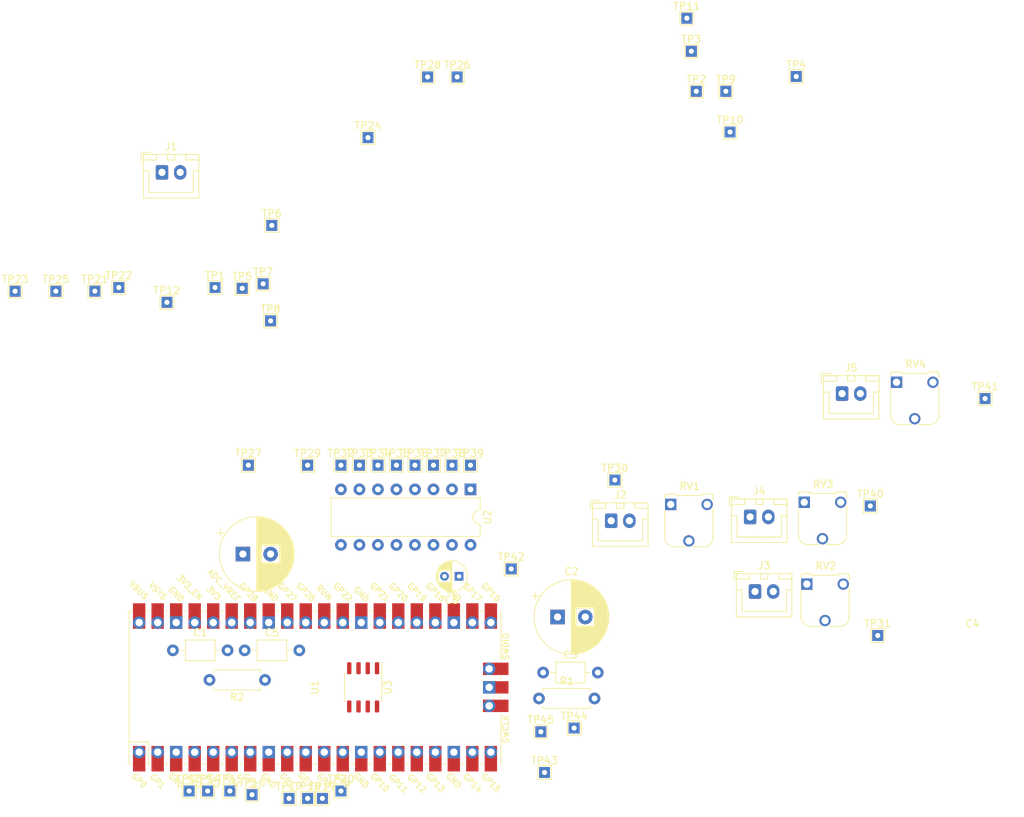
<source format=kicad_pcb>
(kicad_pcb (version 20211014) (generator pcbnew)
  (layers (0 "F.Cu" signal) (31 "B.Cu" signal) (34 "B.Paste" user) (35 "F.Paste" user) (36 "B.SilkS" user "B.Silkscreen") (37 "F.SilkS" user "F.Silkscreen") (38 "B.Mask" user) (39 "F.Mask" user) (44 "Edge.Cuts" user))
  (net 0 "")
  (net 1 "GND")
  (net 2 "+3.3V")
  (net 3 "filtered_vcc")
  (net 4 "GNDA")
  (net 5 "filtered_3.3")
  (net 6 "batt+")
  (net 7 "Net-(J2-Pad2)")
  (net 8 "Net-(J3-Pad2)")
  (net 9 "Net-(J4-Pad2)")
  (net 10 "Net-(J5-Pad2)")
  (net 11 "Net-(U1-Pad4)")
  (net 12 "Net-(U1-Pad5)")
  (net 13 "Net-(U1-Pad6)")
  (net 14 "Net-(U1-Pad7)")
  (net 15 "Net-(U1-Pad9)")
  (net 16 "Net-(U1-Pad10)")
  (net 17 "Net-(U1-Pad11)")
  (net 18 "Net-(U1-Pad12)")
  (net 19 "Net-(U1-Pad34)")
  (net 20 "Net-(U1-Pad32)")
  (net 21 "Net-(U1-Pad31)")
  (net 22 "Net-(U2-Pad8)")
  (net 23 "Net-(U2-Pad7)")
  (net 24 "Net-(U2-Pad6)")
  (net 25 "Net-(U2-Pad5)")
  (net 26 "Net-(U2-Pad4)")
  (net 27 "Net-(U2-Pad3)")
  (net 28 "Net-(U2-Pad2)")
  (net 29 "Net-(U2-Pad1)")
  (net 30 "Net-(U1-Pad1)")
  (net 31 "LCH")
  (net 32 "RCH")
  (net 33 "Net-(U1-Pad22)")
  (net 34 "Net-(U1-Pad25)")
  (net 35 "Net-(U1-Pad21)")
  (net 36 "Net-(U1-Pad24)")
  (net 37 "Net-(U1-Pad26)")
  (net 38 "Net-(U1-Pad27)")
  (net 39 "Net-(U1-Pad29)")
  (footprint "TestPoint:TestPoint_THTPad_1.5x1.5mm_Drill0.7mm" (layer "F.Cu") (at 57.912 127.508)
    (fp_text reference "TP18" (at 0 -1.648) (layer "F.SilkS"))
    (fp_text value "D7")
    (pad "1" thru_hole rect (at 0 0) (size 1.5 1.5) (drill 0.7) (layers *.Cu *.Mask) (net 16 "Net-(U1-Pad10)"))
  )
  (footprint "TestPoint:TestPoint_THTPad_1.5x1.5mm_Drill0.7mm" (layer "F.Cu") (at 135.128 87.376)
    (fp_text reference "TP40" (at 0 -1.648) (layer "F.SilkS"))
    (fp_text value "pressure1_out")
    (pad "1" thru_hole rect (at 0 0) (size 1.5 1.5) (drill 0.7) (layers *.Cu *.Mask) (net 9 "Net-(J4-Pad2)"))
  )
  (footprint "TestPoint:TestPoint_THTPad_1.5x1.5mm_Drill0.7mm" (layer "F.Cu") (at 51.816 56.896)
    (fp_text reference "TP7" (at 0 -1.648) (layer "F.SilkS"))
    (fp_text value "GND")
    (pad "1" thru_hole rect (at 0 0) (size 1.5 1.5) (drill 0.7) (layers *.Cu *.Mask) (net 1 "GND"))
  )
  (footprint "TestPoint:TestPoint_THTPad_1.5x1.5mm_Drill0.7mm" (layer "F.Cu") (at 100.076 83.82)
    (fp_text reference "TP30" (at 0 -1.648) (layer "F.SilkS"))
    (fp_text value "pressure3_out")
    (pad "1" thru_hole rect (at 0 0) (size 1.5 1.5) (drill 0.7) (layers *.Cu *.Mask) (net 7 "Net-(J2-Pad2)"))
  )
  (footprint "TestPoint:TestPoint_THTPad_1.5x1.5mm_Drill0.7mm" (layer "F.Cu") (at 32.004 57.404)
    (fp_text reference "TP22" (at 0 -1.648) (layer "F.SilkS"))
    (fp_text value "GNDA")
    (pad "1" thru_hole rect (at 0 0) (size 1.5 1.5) (drill 0.7) (layers *.Cu *.Mask) (net 4 "GNDA"))
  )
  (footprint "TestPoint:TestPoint_THTPad_1.5x1.5mm_Drill0.7mm" (layer "F.Cu") (at 65.024 81.788)
    (fp_text reference "TP33" (at 0 -1.648) (layer "F.SilkS"))
    (fp_text value "adc6")
    (pad "1" thru_hole rect (at 0 0) (size 1.5 1.5) (drill 0.7) (layers *.Cu *.Mask) (net 23 "Net-(U2-Pad7)"))
  )
  (footprint "TestPoint:TestPoint_THTPad_1.5x1.5mm_Drill0.7mm" (layer "F.Cu") (at 55.372 127.508)
    (fp_text reference "TP17" (at 0 -1.648) (layer "F.SilkS"))
    (fp_text value "D6")
    (pad "1" thru_hole rect (at 0 0) (size 1.5 1.5) (drill 0.7) (layers *.Cu *.Mask) (net 15 "Net-(U1-Pad9)"))
  )
  (footprint "TestPoint:TestPoint_THTPad_1.5x1.5mm_Drill0.7mm" (layer "F.Cu") (at 50.292 127)
    (fp_text reference "TP16" (at 0 -1.648) (layer "F.SilkS"))
    (fp_text value "D5")
    (pad "1" thru_hole rect (at 0 0) (size 1.5 1.5) (drill 0.7) (layers *.Cu *.Mask) (net 14 "Net-(U1-Pad7)"))
  )
  (footprint "Capacitor_THT:CP_Radial_D4.0mm_P2.00mm" (layer "F.Cu") (at 78.6966 97.028 180)
    (fp_text reference "C6" (at 1 -3.25) (layer "F.SilkS"))
    (fp_text value "1u")
    (pad "1" thru_hole rect (at 0 0 180) (size 1.2 1.2) (drill 0.6) (layers *.Cu *.Mask) (net 2 "+3.3V"))
    (pad "2" thru_hole circle (at 2 0 180) (size 1.2 1.2) (drill 0.6) (layers *.Cu *.Mask) (net 4 "GNDA"))
  )
  (footprint "Connector_JST:JST_XH_B2B-XH-A_1x02_P2.50mm_Vertical" (layer "F.Cu") (at 119.306 99.116)
    (fp_text reference "J3" (at 1.25 -3.55) (layer "F.SilkS"))
    (fp_text value "pressure2")
    (pad "1" thru_hole roundrect (at 0 0) (size 1.7 2) (drill 1) (layers *.Cu *.Mask) (roundrect_rratio 0.147059) (net 5 "filtered_3.3"))
    (pad "2" thru_hole oval (at 2.5 0) (size 1.7 2) (drill 1) (layers *.Cu *.Mask) (net 8 "Net-(J3-Pad2)"))
  )
  (footprint "Connector_JST:JST_XH_B2B-XH-A_1x02_P2.50mm_Vertical" (layer "F.Cu") (at 118.638 88.883)
    (fp_text reference "J4" (at 1.25 -3.55) (layer "F.SilkS"))
    (fp_text value "pressure1")
    (pad "1" thru_hole roundrect (at 0 0) (size 1.7 2) (drill 1) (layers *.Cu *.Mask) (roundrect_rratio 0.147059) (net 5 "filtered_3.3"))
    (pad "2" thru_hole oval (at 2.5 0) (size 1.7 2) (drill 1) (layers *.Cu *.Mask) (net 9 "Net-(J4-Pad2)"))
  )
  (footprint "Connector_JST:JST_XH_B2B-XH-A_1x02_P2.50mm_Vertical" (layer "F.Cu") (at 37.93 41.604)
    (fp_text reference "J1" (at 1.25 -3.55) (layer "F.SilkS"))
    (fp_text value "batt")
    (pad "1" thru_hole roundrect (at 0 0) (size 1.7 2) (drill 1) (layers *.Cu *.Mask) (roundrect_rratio 0.147059) (net 1 "GND"))
    (pad "2" thru_hole oval (at 2.5 0) (size 1.7 2) (drill 1) (layers *.Cu *.Mask) (net 6 "batt+"))
  )
  (footprint "TestPoint:TestPoint_THTPad_1.5x1.5mm_Drill0.7mm" (layer "F.Cu") (at 115.302 30.48)
    (fp_text reference "TP9" (at 0 -1.648) (layer "F.SilkS"))
    (fp_text value "ADC_ref")
    (pad "1" thru_hole rect (at 0 0) (size 1.5 1.5) (drill 0.7) (layers *.Cu *.Mask) (net 5 "filtered_3.3"))
  )
  (footprint "TestPoint:TestPoint_THTPad_1.5x1.5mm_Drill0.7mm" (layer "F.Cu") (at 90.424 123.952)
    (fp_text reference "TP43" (at 0 -1.648) (layer "F.SilkS"))
    (fp_text value "out_PWM")
    (pad "1" thru_hole rect (at 0 0) (size 1.5 1.5) (drill 0.7) (layers *.Cu *.Mask) (net 30 "Net-(U1-Pad1)"))
  )
  (footprint "Connector_JST:JST_XH_B2B-XH-A_1x02_P2.50mm_Vertical" (layer "F.Cu") (at 131.254 71.96)
    (fp_text reference "J5" (at 1.25 -3.55) (layer "F.SilkS"))
    (fp_text value "pressure4")
    (pad "1" thru_hole roundrect (at 0 0) (size 1.7 2) (drill 1) (layers *.Cu *.Mask) (roundrect_rratio 0.147059) (net 5 "filtered_3.3"))
    (pad "2" thru_hole oval (at 2.5 0) (size 1.7 2) (drill 1) (layers *.Cu *.Mask) (net 10 "Net-(J5-Pad2)"))
  )
  (footprint "Pico:RPi_Pico_SMD_TH" (layer "F.Cu") (at 58.928 112.268 90)
    (fp_text reference "U1" (at 0 0 90) (layer "F.SilkS"))
    (fp_text value "Pico")
    (fp_text user "GND" (at -12.8 6.35 135) (layer "F.SilkS") (effects (font (size 0.8 0.8))))
    (fp_text user "GND" (at -12.8 -6.35 135) (layer "F.SilkS") (effects (font (size 0.8 0.8))))
    (fp_text user "GP0" (at -12.8 -24.13 135) (layer "F.SilkS") (effects (font (size 0.8 0.8))))
    (fp_text user "GP17" (at 13.054 21.59 135) (layer "F.SilkS") (effects (font (size 0.8 0.8))))
    (fp_text user "GP18" (at 13.054 16.51 135) (layer "F.SilkS") (effects (font (size 0.8 0.8))))
    (fp_text user "AGND" (at 13.054 -6.35 135) (layer "F.SilkS") (effects (font (size 0.8 0.8))))
    (fp_text user "GP13" (at -13.054 16.51 135) (layer "F.SilkS") (effects (font (size 0.8 0.8))))
    (fp_text user "GP15" (at -13.054 24.13 135) (layer "F.SilkS") (effects (font (size 0.8 0.8))))
    (fp_text user "GP27" (at 13.054 -3.8 135) (layer "F.SilkS") (effects (font (size 0.8 0.8))))
    (fp_text user "GP21" (at 13.054 8.9 135) (layer "F.SilkS") (effects (font (size 0.8 0.8))))
    (fp_text user "RUN" (at 13 1.27 135) (layer "F.SilkS") (effects (font (size 0.8 0.8))))
    (fp_text user "GP8" (at -12.8 1.27 135) (layer "F.SilkS") (effects (font (size 0.8 0.8))))
    (fp_text user "GP19" (at 13.054 13.97 135) (layer "F.SilkS") (effects (font (size 0.8 0.8))))
    (fp_text user "GP3" (at -12.8 -13.97 135) (layer "F.SilkS") (effects (font (size 0.8 0.8))))
    (fp_text user "GP1" (at -12.9 -21.6 135) (layer "F.SilkS") (effects (font (size 0.8 0.8))))
    (fp_text user "SWDIO" (at 5.6 26.2 90) (layer "F.SilkS") (effects (font (size 0.8 0.8))))
    (fp_text user "GP26" (at 13.054 -1.27 135) (layer "F.SilkS") (effects (font (size 0.8 0.8))))
    (fp_text user "GP22" (at 13.054 3.81 135) (layer "F.SilkS") (effects (font (size 0.8 0.8))))
    (fp_text user "GP12" (at -13.2 13.97 135) (layer "F.SilkS") (effects (font (size 0.8 0.8))))
    (fp_text user "GP10" (at -13.054 8.89 135) (layer "F.SilkS") (effects (font (size 0.8 0.8))))
    (fp_text user "GP9" (at -12.8 3.81 135) (layer "F.SilkS") (effects (font (size 0.8 0.8))))
    (fp_text user "GP28" (at 13.054 -9.144 135) (layer "F.SilkS") (effects (font (size 0.8 0.8))))
    (fp_text user "GP16" (at 13.054 24.13 135) (layer "F.SilkS") (effects (font (size 0.8 0.8))))
    (fp_text user "GP7" (at -12.7 -1.3 135) (layer "F.SilkS") (effects (font (size 0.8 0.8))))
    (fp_text user "GP5" (at -12.8 -8.89 135) (layer "F.SilkS") (effects (font (size 0.8 0.8))))
    (fp_text user "GP14" (at -13.1 21.59 135) (layer "F.SilkS") (effects (font (size 0.8 0.8))))
    (fp_text user "ADC_VREF" (at 14 -12.5 135) (layer "F.SilkS") (effects (font (size 0.8 0.8))))
    (fp_text user "VSYS" (at 13.2 -21.59 135) (layer "F.SilkS") (effects (font (size 0.8 0.8))))
    (fp_text user "GND" (at 12.8 -19.05 135) (layer "F.SilkS") (effects (font (size 0.8 0.8))))
    (fp_text user "GND" (at 12.8 6.35 135) (layer "F.SilkS") (effects (font (size 0.8 0.8))))
    (fp_text user "SWCLK" (at -5.7 26.2 90) (layer "F.SilkS") (effects (font (size 0.8 0.8))))
    (fp_text user "3V3_EN" (at 13.7 -17.2 135) (layer "F.SilkS") (effects (font (size 0.8 0.8))))
    (fp_text user "VBUS" (at 13.3 -24.2 135) (layer "F.SilkS") (effects (font (size 0.8 0.8))))
    (fp_text user "GND" (at -12.8 19.05 135) (layer "F.SilkS") (effects (font (size 0.8 0.8))))
    (fp_text user "GP4" (at -12.8 -11.43 135) (layer "F.SilkS") (effects (font (size 0.8 0.8))))
    (fp_text user "GP20" (at 13.054 11.43 135) (layer "F.SilkS") (effects (font (size 0.8 0.8))))
    (fp_text user "GP6" (at -12.8 -3.81 135) (layer "F.SilkS") (effects (font (size 0.8 0.8))))
    (fp_text user "GP2" (at -12.9 -16.51 135) (layer "F.SilkS") (effects (font (size 0.8 0.8))))
    (fp_text user "3V3" (at 12.9 -13.9 135) (layer "F.SilkS") (effects (font (size 0.8 0.8))))
    (fp_text user "GND" (at -12.8 -19.05 135) (layer "F.SilkS") (effects (font (size 0.8 0.8))))
    (fp_text user "GP11" (at -13.2 11.43 135) (layer "F.SilkS") (effects (font (size 0.8 0.8))))
    (fp_text user "GND" (at 12.8 19.05 135) (layer "F.SilkS") (effects (font (size 0.8 0.8))))
    (pad "" np_thru_hole oval (at -2.425 -20.97 90) (size 1.5 1.5) (drill 1.5) (layers *.Cu *.Mask))
    (pad "" np_thru_hole oval (at 2.425 -20.97 90) (size 1.5 1.5) (drill 1.5) (layers *.Cu *.Mask))
    (pad "" np_thru_hole oval (at -2.725 -24 90) (size 1.8 1.8) (drill 1.8) (layers *.Cu *.Mask))
    (pad "" np_thru_hole oval (at 2.725 -24 90) (size 1.8 1.8) (drill 1.8) (layers *.Cu *.Mask))
    (pad "1" thru_hole oval (at -8.89 -24.13 90) (size 1.7 1.7) (drill 1.02) (layers *.Cu *.Mask) (net 30 "Net-(U1-Pad1)"))
    (pad "1" smd rect (at -8.89 -24.13 90) (size 3.5 1.7) (drill (offset -0.9 0)) (layers "F.Cu" "F.Mask") (net 30 "Net-(U1-Pad1)"))
    (pad "2" smd rect (at -8.89 -21.59 90) (size 3.5 1.7) (drill (offset -0.9 0)) (layers "F.Cu" "F.Mask"))
    (pad "2" thru_hole oval (at -8.89 -21.59 90) (size 1.7 1.7) (drill 1.02) (layers *.Cu *.Mask))
    (pad "3" thru_hole rect (at -8.89 -19.05 90) (size 1.7 1.7) (drill 1.02) (layers *.Cu *.Mask))
    (pad "3" smd rect (at -8.89 -19.05 90) (size 3.5 1.7) (drill (offset -0.9 0)) (layers "F.Cu" "F.Mask"))
    (pad "4" thru_hole oval (at -8.89 -16.51 90) (size 1.7 1.7) (drill 1.02) (layers *.Cu *.Mask) (net 11 "Net-(U1-Pad4)"))
    (pad "4" smd rect (at -8.89 -16.51 90) (size 3.5 1.7) (drill (offset -0.9 0)) (layers "F.Cu" "F.Mask") (net 11 "Net-(U1-Pad4)"))
    (pad "5" smd rect (at -8.89 -13.97 90) (size 3.5 1.7) (drill (offset -0.9 0)) (layers "F.Cu" "F.Mask") (net 12 "Net-(U1-Pad5)"))
    (pad "5" thru_hole oval (at -8.89 -13.97 90) (size 1.7 1.7) (drill 1.02) (layers *.Cu *.Mask) (net 12 "Net-(U1-Pad5)"))
    (pad "6" smd rect (at -8.89 -11.43 90) (size 3.5 1.7) (drill (offset -0.9 0)) (layers "F.Cu" "F.Mask") (net 13 "Net-(U1-Pad6)"))
    (pad "6" thru_hole oval (at -8.89 -11.43 90) (size 1.7 1.7) (drill 1.02) (layers *.Cu *.Mask) (net 13 "Net-(U1-Pad6)"))
    (pad "7" smd rect (at -8.89 -8.89 90) (size 3.5 1.7) (drill (offset -0.9 0)) (layers "F.Cu" "F.Mask") (net 14 "Net-(U1-Pad7)"))
    (pad "7" thru_hole oval (at -8.89 -8.89 90) (size 1.7 1.7) (drill 1.02) (layers *.Cu *.Mask) (net 14 "Net-(U1-Pad7)"))
    (pad "8" smd rect (at -8.89 -6.35 90) (size 3.5 1.7) (drill (offset -0.9 0)) (layers "F.Cu" "F.Mask"))
    (pad "8" thru_hole rect (at -8.89 -6.35 90) (size 1.7 1.7) (drill 1.02) (layers *.Cu *.Mask))
    (pad "9" thru_hole oval (at -8.89 -3.81 90) (size 1.7 1.7) (drill 1.02) (layers *.Cu *.Mask) (net 15 "Net-(U1-Pad9)"))
    (pad "9" smd rect (at -8.89 -3.81 90) (size 3.5 1.7) (drill (offset -0.9 0)) (layers "F.Cu" "F.Mask") (net 15 "Net-(U1-Pad9)"))
    (pad "10" thru_hole oval (at -8.89 -1.27 90) (size 1.7 1.7) (drill 1.02) (layers *.Cu *.Mask) (net 16 "Net-(U1-Pad10)"))
    (pad "10" smd rect (at -8.89 -1.27 90) (size 3.5 1.7) (drill (offset -0.9 0)) (layers "F.Cu" "F.Mask") (net 16 "Net-(U1-Pad10)"))
    (pad "11" smd rect (at -8.89 1.27 90) (size 3.5 1.7) (drill (offset -0.9 0)) (layers "F.Cu" "F.Mask") (net 17 "Net-(U1-Pad11)"))
    (pad "11" thru_hole oval (at -8.89 1.27 90) (size 1.7 1.7) (drill 1.02) (layers *.Cu *.Mask) (net 17 "Net-(U1-Pad11)"))
    (pad "12" thru_hole oval (at -8.89 3.81 90) (size 1.7 1.7) (drill 1.02) (layers *.Cu *.Mask) (net 18 "Net-(U1-Pad12)"))
    (pad "12" smd rect (at -8.89 3.81 90) (size 3.5 1.7) (drill (offset -0.9 0)) (layers "F.Cu" "F.Mask") (net 18 "Net-(U1-Pad12)"))
    (pad "13" smd rect (at -8.89 6.35 90) (size 3.5 1.7) (drill (offset -0.9 0)) (layers "F.Cu" "F.Mask"))
    (pad "13" thru_hole rect (at -8.89 6.35 90) (size 1.7 1.7) (drill 1.02) (layers *.Cu *.Mask))
    (pad "14" smd rect (at -8.89 8.89 90) (size 3.5 1.7) (drill (offset -0.9 0)) (layers "F.Cu" "F.Mask"))
    (pad "14" thru_hole oval (at -8.89 8.89 90) (size 1.7 1.7) (drill 1.02) (layers *.Cu *.Mask))
    (pad "15" smd rect (at -8.89 11.43 90) (size 3.5 1.7) (drill (offset -0.9 0)) (layers "F.Cu" "F.Mask"))
    (pad "15" thru_hole oval (at -8.89 11.43 90) (size 1.7 1.7) (drill 1.02) (layers *.Cu *.Mask))
    (pad "16" thru_hole oval (at -8.89 13.97 90) (size 1.7 1.7) (drill 1.02) (layers *.Cu *.Mask))
    (pad "16" smd rect (at -8.89 13.97 90) (size 3.5 1.7) (drill (offset -0.9 0)) (layers "F.Cu" "F.Mask"))
    (pad "17" thru_hole oval (at -8.89 16.51 90) (size 1.7 1.7) (drill 1.02) (layers *.Cu *.Mask))
    (pad "17" smd rect (at -8.89 16.51 90) (size 3.5 1.7) (drill (offset -0.9 0)) (layers "F.Cu" "F.Mask"))
    (pad "18" smd rect (at -8.89 19.05 90) (size 3.5 1.7) (drill (offset -0.9 0)) (layers "F.Cu" "F.Mask"))
    (pad "18" thru_hole rect (at -8.89 19.05 90) (size 1.7 1.7) (drill 1.02) (layers *.Cu *.Mask))
    (pad "19" smd rect (at -8.89 21.59 90) (size 3.5 1.7) (drill (offset -0.9 0)) (layers "F.Cu" "F.Mask"))
    (pad "19" thru_hole oval (at -8.89 21.59 90) (size 1.7 1.7) (drill 1.02) (layers *.Cu *.Mask))
    (pad "20" smd rect (at -8.89 24.13 90) (size 3.5 1.7) (drill (offset -0.9 0)) (layers "F.Cu" "F.Mask"))
    (pad "20" thru_hole oval (at -8.89 24.13 90) (size 1.7 1.7) (drill 1.02) (layers *.Cu *.Mask))
    (pad "21" thru_hole oval (at 8.89 24.13 90) (size 1.7 1.7) (drill 1.02) (layers *.Cu *.Mask) (net 35 "Net-(U1-Pad21)"))
    (pad "21" smd rect (at 8.89 24.13 90) (size 3.5 1.7) (drill (offset 0.9 0)) (layers "F.Cu" "F.Mask") (net 35 "Net-(U1-Pad21)"))
    (pad "22" thru_hole oval (at 8.89 21.59 90) (size 1.7 1.7) (drill 1.02) (layers *.Cu *.Mask) (net 33 "Net-(U1-Pad22)"))
    (pad "22" smd rect (at 8.89 21.59 90) (size 3.5 1.7) (drill (offset 0.9 0)) (layers "F.Cu" "F.Mask") (net 33 "Net-(U1-Pad22)"))
    (pad "23" thru_hole rect (at 8.89 19.05 90) (size 1.7 1.7) (drill 1.02) (layers *.Cu *.Mask))
    (pad "23" smd rect (at 8.89 19.05 90) (size 3.5 1.7) (drill (offset 0.9 0)) (layers "F.Cu" "F.Mask"))
    (pad "24" thru_hole oval (at 8.89 16.51 90) (size 1.7 1.7) (drill 1.02) (layers *.Cu *.Mask) (net 36 "Net-(U1-Pad24)"))
    (pad "24" smd rect (at 8.89 16.51 90) (size 3.5 1.7) (drill (offset 0.9 0)) (layers "F.Cu" "F.Mask") (net 36 "Net-(U1-Pad24)"))
    (pad "25" smd rect (at 8.89 13.97 90) (size 3.5 1.7) (drill (offset 0.9 0)) (layers "F.Cu" "F.Mask") (net 34 "Net-(U1-Pad25)"))
    (pad "25" thru_hole oval (at 8.89 13.97 90) (size 1.7 1.7) (drill 1.02) (layers *.Cu *.Mask) (net 34 "Net-(U1-Pad25)"))
    (pad "26" smd rect (at 8.89 11.43 90) (size 3.5 1.7) (drill (offset 0.9 0)) (layers "F.Cu" "F.Mask") (net 37 "Net-(U1-Pad26)"))
    (pad "26" thru_hole oval (at 8.89 11.43 90) (size 1.7 1.7) (drill 1.02) (layers *.Cu *.Mask) (net 37 "Net-(U1-Pad26)"))
    (pad "27" thru_hole oval (at 8.89 8.89 90) (size 1.7 1.7) (drill 1.02) (layers *.Cu *.Mask) (net 38 "Net-(U1-Pad27)"))
    (pad "27" smd rect (at 8.89 8.89 90) (size 3.5 1.7) (drill (offset 0.9 0)) (layers "F.Cu" "F.Mask") (net 38 "Net-(U1-Pad27)"))
    (pad "28" smd rect (at 8.89 6.35 90) (size 3.5 1.7) (drill (offset 0.9 0)) (layers "F.Cu" "F.Mask"))
    (pad "28" thru_hole rect (at 8.89 6.35 90) (size 1.7 1.7) (drill 1.02) (layers *.Cu *.Mask))
    (pad "29" smd rect (at 8.89 3.81 90) (size 3.5 1.7) (drill (offset 0.9 0)) (layers "F.Cu" "F.Mask") (net 39 "Net-(U1-Pad29)"))
    (pad "29" thru_hole oval (at 8.89 3.81 90) (size 1.7 1.7) (drill 1.02) (layers *.Cu *.Mask) (net 39 "Net-(U1-Pad29)"))
    (pad "30" thru_hole oval (at 8.89 1.27 90) (size 1.7 1.7) (drill 1.02) (layers *.Cu *.Mask))
    (pad "30" smd rect (at 8.89 1.27 90) (size 3.5 1.7) (drill (offset 0.9 0)) (layers "F.Cu" "F.Mask"))
    (pad "31" thru_hole oval (at 8.89 -1.27 90) (size 1.7 1.7) (drill 1.02) (layers *.Cu *.Mask) (net 21 "Net-(U1-Pad31)"))
    (pad "31" smd rect (at 8.89 -1.27 90) (size 3.5 1.7) (drill (offset 0.9 0)) (layers "F.Cu" "F.Mask") (net 21 "Net-(U1-Pad31)"))
    (pad "32" smd rect (at 8.89 -3.81 90) (size 3.5 1.7) (drill (offset 0.9 0)) (layers "F.Cu" "F.Mask") (net 20 "Net-(U1-Pad32)"))
    (pad "32" thru_hole oval (at 8.89 -3.81 90) (size 1.7 1.7) (drill 1.02) (layers *.Cu *.Mask) (net 20 "Net-(U1-Pad32)"))
    (pad "33" thru_hole rect (at 8.89 -6.35 90) (size 1.7 1.7) (drill 1.02) (layers *.Cu *.Mask) (net 4 "GNDA"))
    (pad "33" smd rect (at 8.89 -6.35 90) (size 3.5 1.7) (drill (offset 0.9 0)) (layers "F.Cu" "F.Mask") (net 4 "GNDA"))
    (pad "34" thru_hole oval (at 8.89 -8.89 90) (size 1.7 1.7) (drill 1.02) (layers *.Cu *.Mask) (net 19 "Net-(U1-Pad34)"))
    (pad "34" smd rect (at 8.89 -8.89 90) (size 3.5 1.7) (drill (offset 0.9 0)) (layers "F.Cu" "F.Mask") (net 19 "Net-(U1-Pad34)"))
    (pad "35" smd rect (at 8.89 -11.43 90) (size 3.5 1.7) (drill (offset 0.9 0)) (layers "F.Cu" "F.Mask") (net 5 "filtered_3.3"))
    (pad "35" thru_hole oval (at 8.89 -11.43 90) (size 1.7 1.7) (drill 1.02) (layers *.Cu *.Mask) (net 5 "filtered_3.3"))
    (pad "36" smd rect (at 8.89 -13.97 90) (size 3.5 1.7) (drill (offset 0.9 0)) (layers "F.Cu" "F.Mask") (net 2 "+3.3V"))
    (pad "36" thru_hole oval (at 8.89 -13.97 90) (size 1.7 1.7) (drill 1.02) (layers *.Cu *.Mask) (net 2 "+3.3V"))
    (pad "37" thru_hole oval (at 8.89 -16.51 90) (size 1.7 1.7) (drill 1.02) (layers *.Cu *.Mask))
    (pad "37" smd rect (at 8.89 -16.51 90) (size 3.5 1.7) (drill (offset 0.9 0)) (layers "F.Cu" "F.Mask"))
    (pad "38" thru_hole rect (at 8.89 -19.05 90) (size 1.7 1.7) (drill 1.02) (layers *.Cu *.Mask) (net 1 "GND"))
    (pad "38" smd rect (at 8.89 -19.05 90) (size 3.5 1.7) (drill (offset 0.9 0)) (layers "F.Cu" "F.Mask") (net 1 "GND"))
    (pad "39" thru_hole oval (at 8.89 -21.59 90) (size 1.7 1.7) (drill 1.02) (layers *.Cu *.Mask) (net 6 "batt+"))
    (pad "39" smd rect (at 8.89 -21.59 90) (size 3.5 1.7) (drill (offset 0.9 0)) (layers "F.Cu" "F.Mask") (net 6 "batt+"))
    (pad "40" thru_hole oval (at 8.89 -24.13 90) (size 1.7 1.7) (drill 1.02) (layers *.Cu *.Mask))
    (pad "40" smd rect (at 8.89 -24.13 90) (size 3.5 1.7) (drill (offset 0.9 0)) (layers "F.Cu" "F.Mask"))
    (pad "41" thru_hole oval (at -2.54 23.9 90) (size 1.7 1.7) (drill 1.02) (layers *.Cu *.Mask))
    (pad "41" smd rect (at -2.54 23.9 180) (size 3.5 1.7) (drill (offset -0.9 0)) (layers "F.Cu" "F.Mask"))
    (pad "42" thru_hole rect (at 0 23.9 90) (size 1.7 1.7) (drill 1.02) (layers *.Cu *.Mask))
    (pad "42" smd rect (at 0 23.9 180) (size 3.5 1.7) (drill (offset -0.9 0)) (layers "F.Cu" "F.Mask"))
    (pad "43" smd rect (at 2.54 23.9 180) (size 3.5 1.7) (drill (offset -0.9 0)) (layers "F.Cu" "F.Mask"))
    (pad "43" thru_hole oval (at 2.54 23.9 90) (size 1.7 1.7) (drill 1.02) (layers *.Cu *.Mask))
  )
  (footprint "TestPoint:TestPoint_THTPad_1.5x1.5mm_Drill0.7mm" (layer "F.Cu") (at 66.2 36.834)
    (fp_text reference "TP24" (at 0 -1.648) (layer "F.SilkS"))
    (fp_text value "GNDA")
    (pad "1" thru_hole rect (at 0 0) (size 1.5 1.5) (drill 0.7) (layers *.Cu *.Mask) (net 4 "GNDA"))
  )
  (footprint "TestPoint:TestPoint_THTPad_1.5x1.5mm_Drill0.7mm" (layer "F.Cu") (at 115.88 36.068)
    (fp_text reference "TP10" (at 0 -1.648) (layer "F.SilkS"))
    (fp_text value "ADC_ref")
    (pad "1" thru_hole rect (at 0 0) (size 1.5 1.5) (drill 0.7) (layers *.Cu *.Mask) (net 5 "filtered_3.3"))
  )
  (footprint "Potentiometer_THT:Potentiometer_Runtron_RM-065_Vertical" (layer "F.Cu") (at 126.418 98.1)
    (fp_text reference "RV2" (at 2.6 -2.5) (layer "F.SilkS"))
    (fp_text value "20k_adj2")
    (pad "1" thru_hole rect (at 0 0) (size 1.56 1.56) (drill 1) (layers *.Cu *.Mask) (net 4 "GNDA"))
    (pad "2" thru_hole circle (at 2.5 5) (size 1.56 1.56) (drill 1) (layers *.Cu *.Mask) (net 8 "Net-(J3-Pad2)"))
    (pad "3" thru_hole circle (at 5 0) (size 1.56 1.56) (drill 1) (layers *.Cu *.Mask) (net 8 "Net-(J3-Pad2)"))
  )
  (footprint "TestPoint:TestPoint_THTPad_1.5x1.5mm_Drill0.7mm" (layer "F.Cu") (at 110.57 24.984)
    (fp_text reference "TP3" (at 0 -1.648) (layer "F.SilkS"))
    (fp_text value "ADC_ref")
    (pad "1" thru_hole rect (at 0 0) (size 1.5 1.5) (drill 0.7) (layers *.Cu *.Mask) (net 5 "filtered_3.3"))
  )
  (footprint "TestPoint:TestPoint_THTPad_1.5x1.5mm_Drill0.7mm" (layer "F.Cu") (at 52.832 61.976)
    (fp_text reference "TP8" (at 0 -1.648) (layer "F.SilkS"))
    (fp_text value "GND")
    (pad "1" thru_hole rect (at 0 0) (size 1.5 1.5) (drill 0.7) (layers *.Cu *.Mask) (net 1 "GND"))
  )
  (footprint "Potentiometer_THT:Potentiometer_Runtron_RM-065_Vertical" (layer "F.Cu") (at 126.064 86.868)
    (fp_text reference "RV3" (at 2.6 -2.5) (layer "F.SilkS"))
    (fp_text value "20k_adj1")
    (pad "1" thru_hole rect (at 0 0) (size 1.56 1.56) (drill 1) (layers *.Cu *.Mask) (net 4 "GNDA"))
    (pad "2" thru_hole circle (at 2.5 5) (size 1.56 1.56) (drill 1) (layers *.Cu *.Mask) (net 9 "Net-(J4-Pad2)"))
    (pad "3" thru_hole circle (at 5 0) (size 1.56 1.56) (drill 1) (layers *.Cu *.Mask) (net 9 "Net-(J4-Pad2)"))
  )
  (footprint "TestPoint:TestPoint_THTPad_1.5x1.5mm_Drill0.7mm" (layer "F.Cu") (at 41.656 126.492)
    (fp_text reference "TP13" (at 0 -1.648) (layer "F.SilkS"))
    (fp_text value "D2")
    (pad "1" thru_hole rect (at 0 0) (size 1.5 1.5) (drill 0.7) (layers *.Cu *.Mask) (net 11 "Net-(U1-Pad4)"))
  )
  (footprint "Package_SO:SOP-8_3.9x4.9mm_P1.27mm" (layer "F.Cu") (at 65.532 112.268 -90)
    (fp_text reference "U3" (at 0 -3.4 90) (layer "F.SilkS"))
    (fp_text value "PT8211-pt8211")
    (pad "1" smd roundrect (at -2.625 -1.905 270) (size 1.65 0.6) (layers "F.Cu" "F.Paste" "F.Mask") (net 37 "Net-(U1-Pad26)"))
    (pad "2" smd roundrect (at -2.625 -0.635 270) (size 1.65 0.6) (layers "F.Cu" "F.Paste" "F.Mask") (net 38 "Net-(U1-Pad27)"))
    (pad "3" smd roundrect (at -2.625 0.635 270) (size 1.65 0.6) (layers "F.Cu" "F.Paste" "F.Mask") (net 39 "Net-(U1-Pad29)"))
    (pad "4" smd roundrect (at -2.625 1.905 270) (size 1.65 0.6) (layers "F.Cu" "F.Paste" "F.Mask") (net 4 "GNDA"))
    (pad "5" smd roundrect (at 2.625 1.905 270) (size 1.65 0.6) (layers "F.Cu" "F.Paste" "F.Mask") (net 3 "filtered_vcc"))
    (pad "6" smd roundrect (at 2.625 0.635 270) (size 1.65 0.6) (layers "F.Cu" "F.Paste" "F.Mask") (net 31 "LCH"))
    (pad "7" smd roundrect (at 2.625 -0.635 270) (size 1.65 0.6) (layers "F.Cu" "F.Paste" "F.Mask"))
    (pad "8" smd roundrect (at 2.625 -1.905 270) (size 1.65 0.6) (layers "F.Cu" "F.Paste" "F.Mask") (net 32 "RCH"))
  )
  (footprint "TestPoint:TestPoint_THTPad_1.5x1.5mm_Drill0.7mm" (layer "F.Cu") (at 62.484 81.788)
    (fp_text reference "TP32" (at 0 -1.648) (layer "F.SilkS"))
    (fp_text value "adc7")
    (pad "1" thru_hole rect (at 0 0) (size 1.5 1.5) (drill 0.7) (layers *.Cu *.Mask) (net 22 "Net-(U2-Pad8)"))
  )
  (footprint "TestPoint:TestPoint_THTPad_1.5x1.5mm_Drill0.7mm" (layer "F.Cu") (at 75.184 81.788)
    (fp_text reference "TP37" (at 0 -1.648) (layer "F.SilkS"))
    (fp_text value "adc2")
    (pad "1" thru_hole rect (at 0 0) (size 1.5 1.5) (drill 0.7) (layers *.Cu *.Mask) (net 27 "Net-(U2-Pad3)"))
  )
  (footprint "TestPoint:TestPoint_THTPad_1.5x1.5mm_Drill0.7mm" (layer "F.Cu") (at 109.948 20.448)
    (fp_text reference "TP11" (at 0 -1.648) (layer "F.SilkS"))
    (fp_text value "ADC_ref")
    (pad "1" thru_hole rect (at 0 0) (size 1.5 1.5) (drill 0.7) (layers *.Cu *.Mask) (net 5 "filtered_3.3"))
  )
  (footprint "Potentiometer_THT:Potentiometer_Runtron_RM-065_Vertical" (layer "F.Cu") (at 138.724 70.404)
    (fp_text reference "RV4" (at 2.6 -2.5) (layer "F.SilkS"))
    (fp_text value "20k_adj4")
    (pad "1" thru_hole rect (at 0 0) (size 1.56 1.56) (drill 1) (layers *.Cu *.Mask) (net 4 "GNDA"))
    (pad "2" thru_hole circle (at 2.5 5) (size 1.56 1.56) (drill 1) (layers *.Cu *.Mask) (net 10 "Net-(J5-Pad2)"))
    (pad "3" thru_hole circle (at 5 0) (size 1.56 1.56) (drill 1) (layers *.Cu *.Mask) (net 10 "Net-(J5-Pad2)"))
  )
  (footprint "Capacitor_THT:CP_Radial_D10.0mm_P3.80mm" (layer "F.Cu") (at 92.212323 102.616)
    (fp_text reference "C2" (at 1.9 -6.25) (layer "F.SilkS"))
    (fp_text value "100u")
    (pad "1" thru_hole rect (at 0 0) (size 2 2) (drill 1) (layers *.Cu *.Mask) (net 3 "filtered_vcc"))
    (pad "2" thru_hole circle (at 3.8 0) (size 2 2) (drill 1) (layers *.Cu *.Mask) (net 4 "GNDA"))
  )
  (footprint "Capacitor_THT:CP_Radial_D10.0mm_P3.80mm" (layer "F.Cu") (at 49.032 93.98)
    (fp_text reference "C4" (at 100.104 9.571) (layer "F.SilkS"))
    (fp_text value "100u")
    (pad "1" thru_hole rect (at 0 0) (size 2 2) (drill 1) (layers *.Cu *.Mask) (net 5 "filtered_3.3"))
    (pad "2" thru_hole circle (at 3.8 0) (size 2 2) (drill 1) (layers *.Cu *.Mask) (net 4 "GNDA"))
  )
  (footprint "TestPoint:TestPoint_THTPad_1.5x1.5mm_Drill0.7mm" (layer "F.Cu") (at 38.608 59.436)
    (fp_text reference "TP12" (at 0 -1.648) (layer "F.SilkS"))
    (fp_text value "GND")
    (pad "1" thru_hole rect (at 0 0) (size 1.5 1.5) (drill 0.7) (layers *.Cu *.Mask) (net 1 "GND"))
  )
  (footprint "Capacitor_THT:C_Axial_L3.8mm_D2.6mm_P7.50mm_Horizontal" (layer "F.Cu") (at 49.276 107.188)
    (fp_text reference "C5" (at 3.75 -2.42) (layer "F.SilkS"))
    (fp_text value "100n")
    (pad "1" thru_hole circle (at 0 0) (size 1.6 1.6) (drill 0.8) (layers *.Cu *.Mask) (net 5 "filtered_3.3"))
    (pad "2" thru_hole oval (at 7.5 0) (size 1.6 1.6) (drill 0.8) (layers *.Cu *.Mask) (net 4 "GNDA"))
  )
  (footprint "Potentiometer_THT:Potentiometer_Runtron_RM-065_Vertical" (layer "F.Cu") (at 107.736 87.168)
    (fp_text reference "RV1" (at 2.6 -2.5) (layer "F.SilkS"))
    (fp_text value "20k_adj3")
    (pad "1" thru_hole rect (at 0 0) (size 1.56 1.56) (drill 1) (layers *.Cu *.Mask) (net 4 "GNDA"))
    (pad "2" thru_hole circle (at 2.5 5) (size 1.56 1.56) (drill 1) (layers *.Cu *.Mask) (net 7 "Net-(J2-Pad2)"))
    (pad "3" thru_hole circle (at 5 0) (size 1.56 1.56) (drill 1) (layers *.Cu *.Mask) (net 7 "Net-(J2-Pad2)"))
  )
  (footprint "TestPoint:TestPoint_THTPad_1.5x1.5mm_Drill0.7mm" (layer "F.Cu") (at 80.264 81.788)
    (fp_text reference "TP39" (at 0 -1.648) (layer "F.SilkS"))
    (fp_text value "adc0")
    (pad "1" thru_hole rect (at 0 0) (size 1.5 1.5) (drill 0.7) (layers *.Cu *.Mask) (net 29 "Net-(U2-Pad1)"))
  )
  (footprint "TestPoint:TestPoint_THTPad_1.5x1.5mm_Drill0.7mm" (layer "F.Cu") (at 17.78 57.912)
    (fp_text reference "TP23" (at 0 -1.648) (layer "F.SilkS"))
    (fp_text value "GNDA")
    (pad "1" thru_hole rect (at 0 0) (size 1.5 1.5) (drill 0.7) (layers *.Cu *.Mask) (net 4 "GNDA"))
  )
  (footprint "Resistor_THT:R_Axial_DIN0207_L6.3mm_D2.5mm_P7.62mm_Horizontal" (layer "F.Cu") (at 89.662 113.792)
    (fp_text reference "R1" (at 3.81 -2.37) (layer "F.SilkS"))
    (fp_text value "10")
    (pad "1" thru_hole circle (at 0 0) (size 1.6 1.6) (drill 0.8) (layers *.Cu *.Mask) (net 3 "filtered_vcc"))
    (pad "2" thru_hole oval (at 7.62 0) (size 1.6 1.6) (drill 0.8) (layers *.Cu *.Mask) (net 6 "batt+"))
  )
  (footprint "TestPoint:TestPoint_THTPad_1.5x1.5mm_Drill0.7mm" (layer "F.Cu") (at 23.368 57.912)
    (fp_text reference "TP25" (at 0 -1.648) (layer "F.SilkS"))
    (fp_text value "GNDA")
    (pad "1" thru_hole rect (at 0 0) (size 1.5 1.5) (drill 0.7) (layers *.Cu *.Mask) (net 4 "GNDA"))
  )
  (footprint "TestPoint:TestPoint_THTPad_1.5x1.5mm_Drill0.7mm" (layer "F.Cu") (at 77.724 81.788)
    (fp_text reference "TP38" (at 0 -1.648) (layer "F.SilkS"))
    (fp_text value "adc1")
    (pad "1" thru_hole rect (at 0 0) (size 1.5 1.5) (drill 0.7) (layers *.Cu *.Mask) (net 28 "Net-(U2-Pad2)"))
  )
  (footprint "Resistor_THT:R_Axial_DIN0207_L6.3mm_D2.5mm_P7.62mm_Horizontal" (layer "F.Cu") (at 52.07 111.252 180)
    (fp_text reference "R2" (at 3.81 -2.37) (layer "F.SilkS"))
    (fp_text value "10")
    (pad "1" thru_hole circle (at 0 0 180) (size 1.6 1.6) (drill 0.8) (layers *.Cu *.Mask) (net 5 "filtered_3.3"))
    (pad "2" thru_hole oval (at 7.62 0 180) (size 1.6 1.6) (drill 0.8) (layers *.Cu *.Mask) (net 2 "+3.3V"))
  )
  (footprint "TestPoint:TestPoint_THTPad_1.5x1.5mm_Drill0.7mm" (layer "F.Cu") (at 111.252 30.48)
    (fp_text reference "TP2" (at 0 -1.648) (layer "F.SilkS"))
    (fp_text value "ADC_ref")
    (pad "1" thru_hole rect (at 0 0) (size 1.5 1.5) (drill 0.7) (layers *.Cu *.Mask) (net 5 "filtered_3.3"))
  )
  (footprint "TestPoint:TestPoint_THTPad_1.5x1.5mm_Drill0.7mm" (layer "F.Cu") (at 44.196 126.492)
    (fp_text reference "TP14" (at 0 -1.648) (layer "F.SilkS"))
    (fp_text value "D3")
    (pad "1" thru_hole rect (at 0 0) (size 1.5 1.5) (drill 0.7) (layers *.Cu *.Mask) (net 12 "Net-(U1-Pad5)"))
  )
  (footprint "TestPoint:TestPoint_THTPad_1.5x1.5mm_Drill0.7mm" (layer "F.Cu") (at 59.944 127.508)
    (fp_text reference "TP19" (at 0 -1.648) (layer "F.SilkS"))
    (fp_text value "D8")
    (pad "1" thru_hole rect (at 0 0) (size 1.5 1.5) (drill 0.7) (layers *.Cu *.Mask) (net 17 "Net-(U1-Pad11)"))
  )
  (footprint "TestPoint:TestPoint_THTPad_1.5x1.5mm_Drill0.7mm" (layer "F.Cu") (at 57.912 81.788)
    (fp_text reference "TP29" (at 0 -1.648) (layer "F.SilkS"))
    (fp_text value "AI26")
    (pad "1" thru_hole rect (at 0 0) (size 1.5 1.5) (drill 0.7) (layers *.Cu *.Mask) (net 21 "Net-(U1-Pad31)"))
  )
  (footprint "TestPoint:TestPoint_THTPad_1.5x1.5mm_Drill0.7mm" (layer "F.Cu") (at 85.852 96.012)
    (fp_text reference "TP42" (at 0 -1.648) (layer "F.SilkS"))
    (fp_text value "3.3V")
    (pad "1" thru_hole rect (at 0 0) (size 1.5 1.5) (drill 0.7) (layers *.Cu *.Mask) (net 2 "+3.3V"))
  )
  (footprint "TestPoint:TestPoint_THTPad_1.5x1.5mm_Drill0.7mm" (layer "F.Cu") (at 53 48.884)
    (fp_text reference "TP6" (at 0 -1.648) (layer "F.SilkS"))
    (fp_text value "GND")
    (pad "1" thru_hole rect (at 0 0) (size 1.5 1.5) (drill 0.7) (layers *.Cu *.Mask) (net 1 "GND"))
  )
  (footprint "TestPoint:TestPoint_THTPad_1.5x1.5mm_Drill0.7mm" (layer "F.Cu") (at 150.876 72.644)
    (fp_text reference "TP41" (at 0 -1.648) (layer "F.SilkS"))
    (fp_text value "pressure4_out")
    (pad "1" thru_hole rect (at 0 0) (size 1.5 1.5) (drill 0.7) (layers *.Cu *.Mask) (net 10 "Net-(J5-Pad2)"))
  )
  (footprint "TestPoint:TestPoint_THTPad_1.5x1.5mm_Drill0.7mm" (layer "F.Cu") (at 136.144 105.156)
    (fp_text reference "TP31" (at 0 -1.648) (layer "F.SilkS"))
    (fp_text value "pressure2_out")
    (pad "1" thru_hole rect (at 0 0) (size 1.5 1.5) (drill 0.7) (layers *.Cu *.Mask) (net 8 "Net-(J3-Pad2)"))
  )
  (footprint "TestPoint:TestPoint_THTPad_1.5x1.5mm_Drill0.7mm" (layer "F.Cu") (at 70.104 81.788)
    (fp_text reference "TP35" (at 0 -1.648) (layer "F.SilkS"))
    (fp_text value "adc4")
    (pad "1" thru_hole rect (at 0 0) (size 1.5 1.5) (drill 0.7) (layers *.Cu *.Mask) (net 25 "Net-(U2-Pad5)"))
  )
  (footprint "TestPoint:TestPoint_THTPad_1.5x1.5mm_Drill0.7mm" (layer "F.Cu") (at 48.94 57.514)
    (fp_text reference "TP5" (at 0 -1.648) (layer "F.SilkS"))
    (fp_text value "GND")
    (pad "1" thru_hole rect (at 0 0) (size 1.5 1.5) (drill 0.7) (layers *.Cu *.Mask) (net 1 "GND"))
  )
  (footprint "TestPoint:TestPoint_THTPad_1.5x1.5mm_Drill0.7mm" (layer "F.Cu") (at 62.484 126.492)
    (fp_text reference "TP20" (at 0 -1.648) (layer "F.SilkS"))
    (fp_text value "D9")
    (pad "1" thru_hole rect (at 0 0) (size 1.5 1.5) (drill 0.7) (layers *.Cu *.Mask) (net 18 "Net-(U1-Pad12)"))
  )
  (footprint "TestPoint:TestPoint_THTPad_1.5x1.5mm_Drill0.7mm" (layer "F.Cu") (at 74.38 28.504)
    (fp_text reference "TP28" (at 0 -1.648) (layer "F.SilkS"))
    (fp_text value "AI27")
    (pad "1" thru_hole rect (at 0 0) (size 1.5 1.5) (drill 0.7) (layers *.Cu *.Mask) (net 20 "Net-(U1-Pad32)"))
  )
  (footprint "TestPoint:TestPoint_THTPad_1.5x1.5mm_Drill0.7mm" (layer "F.Cu") (at 49.784 81.788)
    (fp_text reference "TP27" (at 0 -1.648) (layer "F.SilkS"))
    (fp_text value "AI28")
    (pad "1" thru_hole rect (at 0 0) (size 1.5 1.5) (drill 0.7) (layers *.Cu *.Mask) (net 19 "Net-(U1-Pad34)"))
  )
  (footprint "Connector_JST:JST_XH_B2B-XH-A_1x02_P2.50mm_Vertical" (layer "F.Cu") (at 99.568 89.408)
    (fp_text reference "J2" (at 1.25 -3.55) (layer "F.SilkS"))
    (fp_text value "pressure3")
    (pad "1" thru_hole roundrect (at 0 0) (size 1.7 2) (drill 1) (layers *.Cu *.Mask) (roundrect_rratio 0.147059) (net 5 "filtered_3.3"))
    (pad "2" thru_hole oval (at 2.5 0) (size 1.7 2) (drill 1) (layers *.Cu *.Mask) (net 7 "Net-(J2-Pad2)"))
  )
  (footprint "TestPoint:TestPoint_THTPad_1.5x1.5mm_Drill0.7mm" (layer "F.Cu") (at 94.488 117.856)
    (fp_text reference "TP44" (at 0 -1.648) (layer "F.SilkS"))
    (fp_text value "out_dac1")
    (pad "1" thru_hole rect (at 0 0) (size 1.5 1.5) (drill 0.7) (layers *.Cu *.Mask) (net 31 "LCH"))
  )
  (footprint "TestPoint:TestPoint_THTPad_1.5x1.5mm_Drill0.7mm" (layer "F.Cu") (at 28.72 57.904)
    (fp_text reference "TP21" (at 0 -1.648) (layer "F.SilkS"))
    (fp_text value "GNDA")
    (pad "1" thru_hole rect (at 0 0) (size 1.5 1.5) (drill 0.7) (layers *.Cu *.Mask) (net 4 "GNDA"))
  )
  (footprint "Capacitor_THT:C_Axial_L3.8mm_D2.6mm_P7.50mm_Horizontal" (layer "F.Cu") (at 90.23 110.236)
    (fp_text reference "C3" (at 3.75 -2.42) (layer "F.SilkS"))
    (fp_text value "100n")
    (pad "1" thru_hole circle (at 0 0) (size 1.6 1.6) (drill 0.8) (layers *.Cu *.Mask) (net 3 "filtered_vcc"))
    (pad "2" thru_hole oval (at 7.5 0) (size 1.6 1.6) (drill 0.8) (layers *.Cu *.Mask) (net 4 "GNDA"))
  )
  (footprint "TestPoint:TestPoint_THTPad_1.5x1.5mm_Drill0.7mm" (layer "F.Cu") (at 72.644 81.788)
    (fp_text reference "TP36" (at 0 -1.648) (layer "F.SilkS"))
    (fp_text value "adc3")
    (pad "1" thru_hole rect (at 0 0) (size 1.5 1.5) (drill 0.7) (layers *.Cu *.Mask) (net 26 "Net-(U2-Pad4)"))
  )
  (footprint "TestPoint:TestPoint_THTPad_1.5x1.5mm_Drill0.7mm" (layer "F.Cu") (at 78.43 28.504)
    (fp_text reference "TP26" (at 0 -1.648) (layer "F.SilkS"))
    (fp_text value "GNDA")
    (pad "1" thru_hole rect (at 0 0) (size 1.5 1.5) (drill 0.7) (layers *.Cu *.Mask) (net 4 "GNDA"))
  )
  (footprint "Capacitor_THT:C_Axial_L3.8mm_D2.6mm_P7.50mm_Horizontal" (layer "F.Cu") (at 39.43 107.188)
    (fp_text reference "C1" (at 3.75 -2.42) (layer "F.SilkS"))
    (fp_text value "0.1u")
    (pad "1" thru_hole circle (at 0 0) (size 1.6 1.6) (drill 0.8) (layers *.Cu *.Mask) (net 1 "GND"))
    (pad "2" thru_hole oval (at 7.5 0) (size 1.6 1.6) (drill 0.8) (layers *.Cu *.Mask) (net 2 "+3.3V"))
  )
  (footprint "TestPoint:TestPoint_THTPad_1.5x1.5mm_Drill0.7mm" (layer "F.Cu") (at 47.244 126.492)
    (fp_text reference "TP15" (at 0 -1.648) (layer "F.SilkS"))
    (fp_text value "D4")
    (pad "1" thru_hole rect (at 0 0) (size 1.5 1.5) (drill 0.7) (layers *.Cu *.Mask) (net 13 "Net-(U1-Pad6)"))
  )
  (footprint "TestPoint:TestPoint_THTPad_1.5x1.5mm_Drill0.7mm" (layer "F.Cu") (at 67.564 81.788)
    (fp_text reference "TP34" (at 0 -1.648) (layer "F.SilkS"))
    (fp_text value "adc5")
    (pad "1" thru_hole rect (at 0 0) (size 1.5 1.5) (drill 0.7) (layers *.Cu *.Mask) (net 24 "Net-(U2-Pad6)"))
  )
  (footprint "Package_DIP:DIP-16_W7.62mm" (layer "F.Cu") (at 80.264 85.1 -90)
    (fp_text reference "U2" (at 3.81 -2.33 90) (layer "F.SilkS"))
    (fp_text value "MCP3008")
    (pad "1" thru_hole rect (at 0 0 270) (size 1.6 1.6) (drill 0.8) (layers *.Cu *.Mask) (net 29 "Net-(U2-Pad1)"))
    (pad "2" thru_hole oval (at 0 2.54 270) (size 1.6 1.6) (drill 0.8) (layers *.Cu *.Mask) (net 28 "Net-(U2-Pad2)"))
    (pad "3" thru_hole oval (at 0 5.08 270) (size 1.6 1.6) (drill 0.8) (layers *.Cu *.Mask) (net 27 "Net-(U2-Pad3)"))
    (pad "4" thru_hole oval (at 0 7.62 270) (size 1.6 1.6) (drill 0.8) (layers *.Cu *.Mask) (net 26 "Net-(U2-Pad4)"))
    (pad "5" thru_hole oval (at 0 10.16 270) (size 1.6 1.6) (drill 0.8) (layers *.Cu *.Mask) (net 25 "Net-(U2-Pad5)"))
    (pad "6" thru_hole oval (at 0 12.7 270) (size 1.6 1.6) (drill 0.8) (layers *.Cu *.Mask) (net 24 "Net-(U2-Pad6)"))
    (pad "7" thru_hole oval (at 0 15.24 270) (size 1.6 1.6) (drill 0.8) (layers *.Cu *.Mask) (net 23 "Net-(U2-Pad7)"))
    (pad "8" thru_hole oval (at 0 17.78 270) (size 1.6 1.6) (drill 0.8) (layers *.Cu *.Mask) (net 22 "Net-(U2-Pad8)"))
    (pad "9" thru_hole oval (at 7.62 17.78 270) (size 1.6 1.6) (drill 0.8) (layers *.Cu *.Mask) (net 4 "GNDA"))
    (pad "10" thru_hole oval (at 7.62 15.24 270) (size 1.6 1.6) (drill 0.8) (layers *.Cu *.Mask) (net 33 "Net-(U1-Pad22)"))
    (pad "11" thru_hole oval (at 7.62 12.7 270) (size 1.6 1.6) (drill 0.8) (layers *.Cu *.Mask) (net 34 "Net-(U1-Pad25)"))
    (pad "12" thru_hole oval (at 7.62 10.16 270) (size 1.6 1.6) (drill 0.8) (layers *.Cu *.Mask) (net 35 "Net-(U1-Pad21)"))
    (pad "13" thru_hole oval (at 7.62 7.62 270) (size 1.6 1.6) (drill 0.8) (layers *.Cu *.Mask) (net 36 "Net-(U1-Pad24)"))
    (pad "14" thru_hole oval (at 7.62 5.08 270) (size 1.6 1.6) (drill 0.8) (layers *.Cu *.Mask) (net 4 "GNDA"))
    (pad "15" thru_hole oval (at 7.62 2.54 270) (size 1.6 1.6) (drill 0.8) (layers *.Cu *.Mask) (net 5 "filtered_3.3"))
    (pad "16" thru_hole oval (at 7.62 0 270) (size 1.6 1.6) (drill 0.8) (layers *.Cu *.Mask) (net 2 "+3.3V"))
  )
  (footprint "TestPoint:TestPoint_THTPad_1.5x1.5mm_Drill0.7mm" (layer "F.Cu") (at 89.916 118.364)
    (fp_text reference "TP45" (at 0 -1.648) (layer "F.SilkS"))
    (fp_text value "out_dac2")
    (pad "1" thru_hole rect (at 0 0) (size 1.5 1.5) (drill 0.7) (layers *.Cu *.Mask) (net 32 "RCH"))
  )
  (footprint "TestPoint:TestPoint_THTPad_1.5x1.5mm_Drill0.7mm" (layer "F.Cu") (at 45.212 57.404)
    (fp_text reference "TP1" (at 0 -1.648) (layer "F.SilkS"))
    (fp_text value "GND")
    (pad "1" thru_hole rect (at 0 0) (size 1.5 1.5) (drill 0.7) (layers *.Cu *.Mask) (net 1 "GND"))
  )
  (footprint "TestPoint:TestPoint_THTPad_1.5x1.5mm_Drill0.7mm" (layer "F.Cu") (at 124.968 28.448)
    (fp_text reference "TP4" (at 0 -1.648) (layer "F.SilkS"))
    (fp_text value "ADC_ref")
    (pad "1" thru_hole rect (at 0 0) (size 1.5 1.5) (drill 0.7) (layers *.Cu *.Mask) (net 5 "filtered_3.3"))
  )
)
</source>
